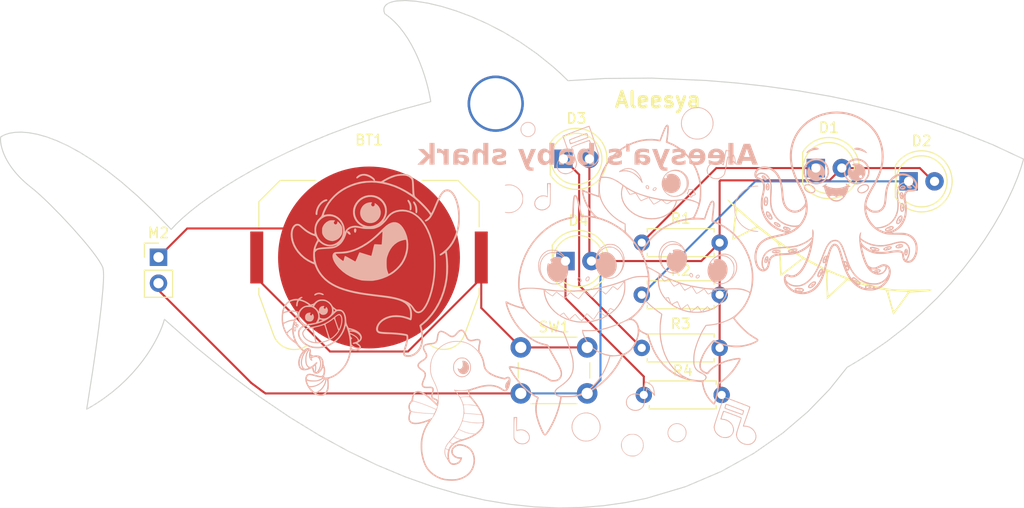
<source format=kicad_pcb>
(kicad_pcb (version 20241229) (generator "pcbnew") (generator_version "9.0")
  (layers (0 "F.Cu" signal) (2 "B.Cu" signal) (13 "F.Paste" user) (15 "B.Paste" user) (5 "F.SilkS" user "F.Silkscreen") (7 "B.SilkS" user "B.Silkscreen") (1 "F.Mask" user) (3 "B.Mask" user) (25 "Edge.Cuts" user))
  (net 0 "")
  (net 1 "Net-(BT1-+)")
  (net 2 "Net-(BT1--)")
  (net 3 "Net-(D1-A)")
  (net 4 "Net-(D1-K)")
  (net 5 "Net-(D2-K)")
  (net 6 "Net-(D3-K)")
  (net 7 "Net-(D4-K)")
  (footprint "Resistor_THT:R_Axial_DIN0207_L6.3mm_D2.5mm_P7.62mm_Horizontal" (layer "F.Cu") (at 157.09 96.1)
    (property "Reference" "R2" (at 3.81 -2.37 0) (layer "F.SilkS"))
    (property "Value" "R")
    (pad "1" thru_hole circle (at 0 0) (size 1.6 1.6) (drill 0.8) (layers "*.Cu" "*.Mask") (net 5 "Net-(D2-K)"))
    (pad "2" thru_hole circle (at 7.62 0) (size 1.6 1.6) (drill 0.8) (layers "*.Cu" "*.Mask") (net 3 "Net-(D1-A)"))
  )
  (footprint "Resistor_THT:R_Axial_DIN0207_L6.3mm_D2.5mm_P7.62mm_Horizontal" (layer "F.Cu") (at 157.09 101.3)
    (property "Reference" "R3" (at 3.81 -2.37 0) (layer "F.SilkS"))
    (property "Value" "R")
    (pad "1" thru_hole circle (at 0 0) (size 1.6 1.6) (drill 0.8) (layers "*.Cu" "*.Mask") (net 6 "Net-(D3-K)"))
    (pad "2" thru_hole circle (at 7.62 0) (size 1.6 1.6) (drill 0.8) (layers "*.Cu" "*.Mask") (net 3 "Net-(D1-A)"))
  )
  (footprint "LED_THT:LED_D5.0mm" (layer "F.Cu") (at 183.2 85)
    (property "Reference" "D2" (at 1.27 -3.96 0) (layer "F.SilkS"))
    (property "Value" "LED")
    (pad "1" thru_hole rect (at 0 0) (size 1.8 1.8) (drill 0.9) (layers "*.Cu" "*.Mask") (net 5 "Net-(D2-K)"))
    (pad "2" thru_hole circle (at 2.54 0) (size 1.8 1.8) (drill 0.9) (layers "*.Cu" "*.Mask") (net 3 "Net-(D1-A)"))
  )
  (footprint "LOGO" (layer "F.Cu") (at 175.5 92.4)
    (property "Reference" "G***" (hide yes))
    (property "Value" "LOGO" (hide yes))
  )
  (footprint "Resistor_THT:R_Axial_DIN0207_L6.3mm_D2.5mm_P7.62mm_Horizontal" (layer "F.Cu") (at 157.29 105.9)
    (property "Reference" "R4" (at 3.81 -2.37 0) (layer "F.SilkS"))
    (property "Value" "R")
    (pad "1" thru_hole circle (at 0 0) (size 1.6 1.6) (drill 0.8) (layers "*.Cu" "*.Mask") (net 7 "Net-(D4-K)"))
    (pad "2" thru_hole circle (at 7.62 0) (size 1.6 1.6) (drill 0.8) (layers "*.Cu" "*.Mask") (net 3 "Net-(D1-A)"))
  )
  (footprint "Connector_PinHeader_2.54mm:PinHeader_1x02_P2.54mm_Vertical" (layer "F.Cu") (at 109.8 92.425)
    (property "Reference" "M2" (at 0 -2.38 0) (layer "F.SilkS"))
    (property "Value" "Motor_DC")
    (pad "1" thru_hole rect (at 0 0) (size 1.7 1.7) (drill 1) (layers "*.Cu" "*.Mask") (net 2 "Net-(BT1--)"))
    (pad "2" thru_hole circle (at 0 2.54) (size 1.7 1.7) (drill 1) (layers "*.Cu" "*.Mask") (net 3 "Net-(D1-A)"))
  )
  (footprint "LED_THT:LED_D5.0mm" (layer "F.Cu") (at 174.125 83.7)
    (property "Reference" "D1" (at 1.27 -3.96 0) (layer "F.SilkS"))
    (property "Value" "LED")
    (pad "1" thru_hole rect (at 0 0) (size 1.8 1.8) (drill 0.9) (layers "*.Cu" "*.Mask") (net 4 "Net-(D1-K)"))
    (pad "2" thru_hole circle (at 2.54 0) (size 1.8 1.8) (drill 0.9) (layers "*.Cu" "*.Mask") (net 3 "Net-(D1-A)"))
  )
  (footprint "Battery:BatteryHolder_Keystone_3034_1x20mm" (layer "F.Cu") (at 130.4 92.45)
    (property "Reference" "BT1" (at 0 -11.5 0) (layer "F.SilkS"))
    (property "Value" "Battery_Cell")
    (pad "1" smd rect (at -10.985 0) (size 1.27 5.08) (layers "F.Cu" "F.Mask" "F.Paste") (net 1 "Net-(BT1-+)"))
    (pad "1" smd rect (at 10.985 0) (size 1.27 5.08) (layers "F.Cu" "F.Mask" "F.Paste") (net 1 "Net-(BT1-+)"))
    (pad "2" smd circle (at 0 0) (size 17.8 17.8) (layers "F.Cu" "F.Mask") (net 2 "Net-(BT1--)"))
  )
  (footprint "Button_Switch_THT:SW_PUSH_6mm" (layer "F.Cu") (at 145.25 101.25)
    (property "Reference" "SW1" (at 3.25 -2 0) (layer "F.SilkS"))
    (property "Value" "SW_Push")
    (pad "1" thru_hole circle (at 0 0 90) (size 2 2) (drill 1.1) (layers "*.Cu" "*.Mask") (net 1 "Net-(BT1-+)"))
    (pad "1" thru_hole circle (at 6.5 0 90) (size 2 2) (drill 1.1) (layers "*.Cu" "*.Mask") (net 1 "Net-(BT1-+)"))
    (pad "2" thru_hole circle (at 0 4.5 90) (size 2 2) (drill 1.1) (layers "*.Cu" "*.Mask") (net 3 "Net-(D1-A)"))
    (pad "2" thru_hole circle (at 6.5 4.5 90) (size 2 2) (drill 1.1) (layers "*.Cu" "*.Mask") (net 3 "Net-(D1-A)"))
  )
  (footprint "LED_THT:LED_D5.0mm" (layer "F.Cu") (at 149.425 82.8)
    (property "Reference" "D3" (at 1.27 -3.96 0) (layer "F.SilkS"))
    (property "Value" "LED")
    (pad "1" thru_hole rect (at 0 0) (size 1.8 1.8) (drill 0.9) (layers "*.Cu" "*.Mask") (net 6 "Net-(D3-K)"))
    (pad "2" thru_hole circle (at 2.54 0) (size 1.8 1.8) (drill 0.9) (layers "*.Cu" "*.Mask") (net 3 "Net-(D1-A)"))
  )
  (footprint "Resistor_THT:R_Axial_DIN0207_L6.3mm_D2.5mm_P7.62mm_Horizontal" (layer "F.Cu") (at 157.09 91)
    (property "Reference" "R1" (at 3.81 -2.37 0) (layer "F.SilkS"))
    (property "Value" "R")
    (pad "1" thru_hole circle (at 0 0) (size 1.6 1.6) (drill 0.8) (layers "*.Cu" "*.Mask") (net 4 "Net-(D1-K)"))
    (pad "2" thru_hole circle (at 7.62 0) (size 1.6 1.6) (drill 0.8) (layers "*.Cu" "*.Mask") (net 3 "Net-(D1-A)"))
  )
  (footprint "LED_THT:LED_D5.0mm" (layer "F.Cu") (at 149.625 92.8)
    (property "Reference" "D4" (at 1.27 -3.96 0) (layer "F.SilkS"))
    (property "Value" "LED")
    (pad "1" thru_hole rect (at 0 0) (size 1.8 1.8) (drill 0.9) (layers "*.Cu" "*.Mask") (net 7 "Net-(D4-K)"))
    (pad "2" thru_hole circle (at 2.54 0) (size 1.8 1.8) (drill 0.9) (layers "*.Cu" "*.Mask") (net 3 "Net-(D1-A)"))
  )
  (footprint "LOGO" (layer "B.Cu") (at 130 95.1 180)
    (property "Reference" "G***" (hide yes))
    (property "Value" "LOGO" (hide yes))
  )
  (footprint "LOGO" (layer "B.Cu") (at 156.1 94.85 180)
    (property "Reference" "G***" (hide yes))
    (property "Value" "LOGO" (hide yes))
  )
  (footprint "LOGO" (layer "B.Cu") (at 176.1 87.1 180)
    (property "Reference" "G***" (hide yes))
    (property "Value" "LOGO" (hide yes))
  )
  (footprint "LOGO" (layer "B.Cu") (at 139.25 106.9 180)
    (property "Reference" "G***" (hide yes))
    (property "Value" "LOGO" (hide yes))
  )
  (gr_poly (pts (xy 135.0056 67.376554) (xy 136.192171 67.568261) (xy 137.508677 67.881567) (xy 138.931378 68.319669) (xy 140.436535 68.885766) (xy 142.000409 69.583055) (xy 143.599262 70.414733) (xy 145.209354 71.383998) (xy 146.806947 72.494046) (xy 148.368303 73.748076) (xy 149.127973 74.430083) (xy 149.869681 75.149285) (xy 153.501746 74.929698) (xy 158.08208 74.89899) (xy 163.413794 75.131108) (xy 166.299891 75.368836) (xy 169.3 75.7) (xy 172.38951 76.133846) (xy 175.543809 76.679616) (xy 178.738287 77.346553) (xy 181.948333 78.143902) (xy 185.149334 79.080906) (xy 188.316682 80.166807) (xy 191.425763 81.410851) (xy 194.451968 82.82228) (xy 194.207506 83.655983) (xy 193.868592 84.610337) (xy 193.431623 85.672048) (xy 192.892994 86.827824) (xy 192.249099 88.06437) (xy 191.496336 89.368392) (xy 190.631098 90.726597) (xy 189.649783 92.125691) (xy 188.548784 93.55238) (xy 187.324499 94.993371) (xy 185.973322 96.435369) (xy 184.491649 97.865082) (xy 182.875875 99.269214) (xy 181.122397 100.634473) (xy 179.227609 101.947565) (xy 178.226097 102.580394) (xy 177.187907 103.195196) (xy 175.461097 105.354375) (xy 173.355621 107.525384) (xy 170.882658 109.63561) (xy 168.053392 111.612442) (xy 164.879004 113.383266) (xy 161.370675 114.875472) (xy 157.539587 116.016446) (xy 155.506503 116.432531) (xy 153.396922 116.733578) (xy 151.212242 116.910512) (xy 148.953861 116.954255) (xy 146.623177 116.855731) (xy 144.221587 116.605865) (xy 141.750488 116.195578) (xy 139.21128 115.615795) (xy 136.605358 114.85744) (xy 133.934122 113.911435) (xy 131.198969 112.768704) (xy 128.401296 111.420171) (xy 125.542501 109.85676) (xy 122.623982 108.069393) (xy 119.647137 106.048994) (xy 116.613363 103.786487) (xy 113.524058 101.272795) (xy 110.38062 98.498842) (xy 110.273536 98.861723) (xy 110.124847 99.276753) (xy 109.932943 99.738098) (xy 109.696217 100.239925) (xy 109.413059 100.7764) (xy 109.081862 101.341692) (xy 108.701017 101.929967) (xy 108.268915 102.535392) (xy 107.783949 103.152134) (xy 107.244509 103.774361) (xy 106.648988 104.396238) (xy 105.995776 105.011934) (xy 105.283267 105.615615) (xy 104.50985 106.201448) (xy 104.099799 106.485849) (xy 103.673918 106.763601) (xy 103.232006 107.033974) (xy 102.773862 107.296239) (xy 103.36235 103.543722) (xy 103.674191 101.393517) (xy 103.96283 99.246307) (xy 104.202067 97.241308) (xy 104.365702 95.517739) (xy 104.41098 94.804996) (xy 104.427533 94.214817) (xy 104.412086 93.764604) (xy 104.361362 93.471759) (xy 104.305946 93.331193) (xy 104.227354 93.170812) (xy 104.005689 92.79581) (xy 103.70646 92.357165) (xy 103.339759 91.865288) (xy 102.915677 91.33059) (xy 102.444307 90.763482) (xy 101.400066 89.573686) (xy 100.287771 88.379189) (xy 99.188156 87.263283) (xy 98.668333 86.760829) (xy 98.181956 86.309258) (xy 97.739115 85.91898) (xy 97.349904 85.600406) (xy 97.079105 85.383425) (xy 96.824499 85.166807) (xy 96.585615 84.950915) (xy 96.361978 84.736112) (xy 96.153119 84.522762) (xy 95.958563 84.311228) (xy 95.777838 84.101874) (xy 95.610473 83.895063) (xy 95.455995 83.691158) (xy 95.313931 83.490523) (xy 95.183809 83.293521) (xy 95.065157 83.100516) (xy 94.957503 82.911871) (xy 94.860373 82.72795) (xy 94.773296 82.549115) (xy 94.6958 82.37573) (xy 94.627412 82.208159) (xy 94.567659 82.046765) (xy 94.472171 81.743961) (xy 94.405557 81.470227) (xy 94.364038 81.228468) (xy 94.343836 81.021592) (xy 94.341172 80.852507) (xy 94.352266 80.724119) (xy 94.37334 80.639336) (xy 94.734366 80.446511) (xy 95.188693 80.29785) (xy 95.735779 80.205578) (xy 96.375081 80.181926) (xy 97.106057 80.23912) (xy 97.928164 80.389388) (xy 98.84086 80.644959) (xy 99.843602 81.01806) (xy 100.935847 81.52092) (xy 102.117053 82.165766) (xy 103.386677 82.964825) (xy 104.744177 83.930327) (xy 106.189009 85.074499) (xy 107.720632 86.409569) (xy 109.338503 87.947765) (xy 111.042078 89.701314) (xy 111.534006 89.177655) (xy 112.167126 88.579755) (xy 112.942485 87.916162) (xy 113.86113 87.195422) (xy 114.924108 86.42608) (xy 116.132464 85.616683) (xy 117.487246 84.775777) (xy 118.989499 83.911908) (xy 120.64027 83.033621) (xy 122.440606 82.149463) (xy 124.391553 81.267981) (xy 126.494157 80.397719) (xy 128.749465 79.547225) (xy 131.158523 78.725044) (xy 133.722378 77.939722) (xy 136.442076 77.199806) (xy 136.372094 76.782615) (xy 136.277396 76.313399) (xy 136.157246 75.79987) (xy 136.010907 75.249742) (xy 135.837644 74.670727) (xy 135.636719 74.070538) (xy 135.407397 73.456887) (xy 135.148942 72.837487) (xy 134.860618 72.22005) (xy 134.541688 71.612291) (xy 134.191416 71.02192) (xy 133.809065 70.456651) (xy 133.393901 69.924197) (xy 133.173783 69.672685) (xy 132.945186 69.43227) (xy 132.708017 69.203914) (xy 132.462184 68.988583) (xy 132.207595 68.787239) (xy 131.944159 68.600848) (xy 131.862855 68.352874) (xy 131.852611 68.130104) (xy 131.910458 67.932937) (xy 132.03343 67.761774) (xy 132.218559 67.617014) (xy 132.462877 67.499057) (xy 132.763418 67.408302) (xy 133.117214 67.34515) (xy 133.972701 67.30325)) (stroke (width 0.1) (color 255 255 255 1)) (fill no) (layer "Edge.Cuts"))
  (gr_text "Aleesya" (at 154.3 77.9 0) (layer "F.SilkS") (effects (font (size 1.5 1.5) (thickness 0.3) (bold yes)) (justify left bottom)))
  (gr_text "Aleesya's baby shark" (at 168.460162 83.703399 0) (layer "B.SilkS") (effects (font (size 2 2) (thickness 0.3) (bold yes)) (justify left bottom mirror)))
  (via (at 142.8 77.4) (size 5.5) (drill 5) (layers "F.Cu" "B.Cu") (net 0))
  (segment (start 119.415 94.477179) (end 119.415 92.45) (width 0.2) (layer "F.Cu") (net 1))
  (segment (start 126.588821 101.651) (end 119.415 94.477179) (width 0.2) (layer "F.Cu") (net 1))
  (segment (start 141.385 97.385) (end 141.385 92.45) (width 0.2) (layer "F.Cu") (net 1))
  (segment (start 145.25 101.25) (end 141.385 97.385) (width 0.2) (layer "F.Cu") (net 1))
  (segment (start 141.385 92.45) (end 141.385 94.477179) (width 0.2) (layer "F.Cu") (net 1))
  (segment (start 141.385 94.477179) (end 134.211179 101.651) (width 0.2) (layer "F.Cu") (net 1))
  (segment (start 134.211179 101.651) (end 126.588821 101.651) (width 0.2) (layer "F.Cu") (net 1))
  (segment (start 145.25 101.25) (end 151.75 101.25) (width 0.2) (layer "F.Cu") (net 1))
  (segment (start 112.616 89.609) (end 127.559 89.609) (width 0.2) (layer "F.Cu") (net 2))
  (segment (start 109.8 92.425) (end 112.616 89.609) (width 0.2) (layer "F.Cu") (net 2))
  (segment (start 127.559 89.609) (end 130.4 92.45) (width 0.2) (layer "F.Cu") (net 2))
  (segment (start 109.8 95.65) (end 118.868811 104.718811) (width 0.2) (layer "F.Cu") (net 3))
  (segment (start 176.665 83.7) (end 175.464 84.901) (width 0.2) (layer "F.Cu") (net 3))
  (segment (start 151.965 92.6) (end 152.165 92.8) (width 0.2) (layer "F.Cu") (net 3))
  (segment (start 151.965 82.8) (end 151.965 92.6) (width 0.2) (layer "F.Cu") (net 3))
  (segment (start 164.8 84.9) (end 164.71 84.99) (width 0.2) (layer "F.Cu") (net 3))
  (segment (start 184.3 83.7) (end 176.665 83.7) (width 0.2) (layer "F.Cu") (net 3))
  (segment (start 162.91 92.8) (end 152.165 92.8) (width 0.2) (layer "F.Cu") (net 3))
  (segment (start 164.71 96.1) (end 164.71 91) (width 0.2) (layer "F.Cu") (net 3))
  (segment (start 164.71 105.7) (end 164.91 105.9) (width 0.2) (layer "F.Cu") (net 3))
  (segment (start 164.71 96.1) (end 164.71 105.7) (width 0.2) (layer "F.Cu") (net 3))
  (segment (start 175.464 84.901) (end 164.801 84.901) (width 0.2) (layer "F.Cu") (net 3))
  (segment (start 120.276801 105.75) (end 145.25 105.75) (width 0.2) (layer "F.Cu") (net 3))
  (segment (start 164.71 91) (end 162.91 92.8) (width 0.2) (layer "F.Cu") (net 3))
  (segment (start 164.801 84.901) (end 164.8 84.9) (width 0.2) (layer "F.Cu") (net 3))
  (segment (start 185.6 85) (end 184.3 83.7) (width 0.2) (layer "F.Cu") (net 3))
  (segment (start 185.74 85) (end 185.6 85) (width 0.2) (layer "F.Cu") (net 3))
  (segment (start 109.8 94.965) (end 109.8 95.65) (width 0.2) (layer "F.Cu") (net 3))
  (segment (start 164.71 84.99) (end 164.71 91) (width 0.2) (layer "F.Cu") (net 3))
  (segment (start 118.868811 104.718811) (end 119.995722 105.55923) (width 0.2) (layer "F.Cu") (net 3))
  (segment (start 119.995722 105.55923) (end 120.276801 105.75) (width 0.2) (layer "F.Cu") (net 3))
  (segment (start 145.25 105.75) (end 151.75 105.75) (width 0.2) (layer "B.Cu") (net 3))
  (segment (start 151.75 105.75) (end 153.051 104.449) (width 0.2) (layer "B.Cu") (net 3))
  (segment (start 153.051 93.686) (end 152.165 92.8) (width 0.2) (layer "B.Cu") (net 3))
  (segment (start 153.051 104.449) (end 153.051 93.686) (width 0.2) (layer "B.Cu") (net 3))
  (segment (start 164.39 83.7) (end 157.09 91) (width 0.2) (layer "F.Cu") (net 4))
  (segment (start 174.125 83.7) (end 164.39 83.7) (width 0.2) (layer "F.Cu") (net 4))
  (segment (start 168.19 85) (end 157.09 96.1) (width 0.2) (layer "B.Cu") (net 5))
  (segment (start 183.2 85) (end 168.19 85) (width 0.2) (layer "B.Cu") (net 5))
  (segment (start 150.964 95.174) (end 157.09 101.3) (width 0.2) (layer "F.Cu") (net 6))
  (segment (start 149.425 82.8) (end 150.964 84.339) (width 0.2) (layer "F.Cu") (net 6))
  (segment (start 150.964 84.339) (end 150.964 95.174) (width 0.2) (layer "F.Cu") (net 6))
  (segment (start 149.625 96.433) (end 149.625 92.8) (width 0.2) (layer "F.Cu") (net 7))
  (segment (start 157.29 105.9) (end 157.29 104.098) (width 0.2) (layer "F.Cu") (net 7))
  (segment (start 157.29 104.098) (end 149.625 96.433) (width 0.2) (layer "F.Cu") (net 7))
)
</source>
